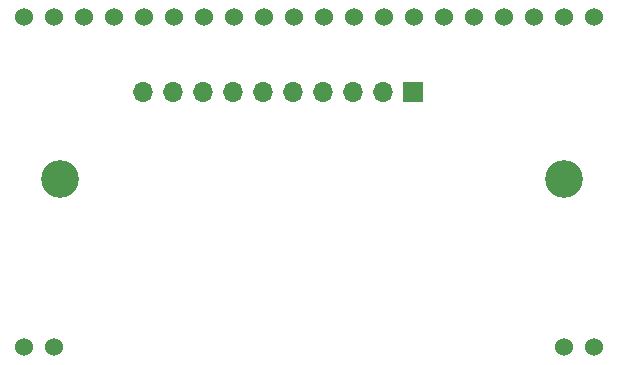
<source format=gbr>
G04 #@! TF.FileFunction,Soldermask,Bot*
%FSLAX46Y46*%
G04 Gerber Fmt 4.6, Leading zero omitted, Abs format (unit mm)*
G04 Created by KiCad (PCBNEW 4.0.7) date 01/27/18 17:50:34*
%MOMM*%
%LPD*%
G01*
G04 APERTURE LIST*
%ADD10C,0.076200*%
%ADD11C,3.200000*%
%ADD12C,1.524000*%
%ADD13R,1.700000X1.700000*%
%ADD14O,1.700000X1.700000*%
G04 APERTURE END LIST*
D10*
D11*
X195580000Y-85852000D03*
D12*
X149860000Y-100076000D03*
X152400000Y-100076000D03*
X195580000Y-100076000D03*
X198120000Y-100076000D03*
X198120000Y-72136000D03*
X195580000Y-72136000D03*
X193040000Y-72136000D03*
X190500000Y-72136000D03*
X187960000Y-72136000D03*
X185420000Y-72136000D03*
X182880000Y-72136000D03*
X180340000Y-72136000D03*
X177800000Y-72136000D03*
X175260000Y-72136000D03*
X172720000Y-72136000D03*
X170180000Y-72136000D03*
X167640000Y-72136000D03*
X165100000Y-72136000D03*
X162560000Y-72136000D03*
X160020000Y-72136000D03*
X157480000Y-72136000D03*
X154940000Y-72136000D03*
X152400000Y-72136000D03*
X149860000Y-72136000D03*
D11*
X152908000Y-85852000D03*
D13*
X182854600Y-78460600D03*
D14*
X180314600Y-78460600D03*
X177774600Y-78460600D03*
X175234600Y-78460600D03*
X172694600Y-78460600D03*
X170154600Y-78460600D03*
X167614600Y-78460600D03*
X165074600Y-78460600D03*
X162534600Y-78460600D03*
X159994600Y-78460600D03*
M02*

</source>
